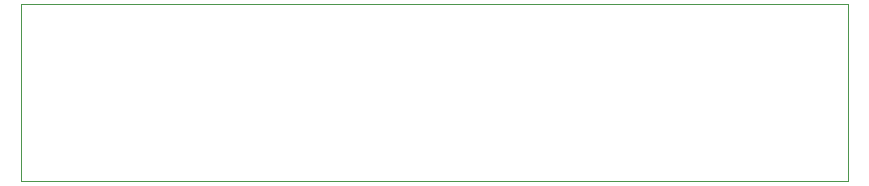
<source format=gbr>
G04 #@! TF.GenerationSoftware,KiCad,Pcbnew,6.0.0-unknown-ea0edab~86~ubuntu18.04.1*
G04 #@! TF.CreationDate,2019-07-07T16:40:55+02:00*
G04 #@! TF.ProjectId,ir-receiver,69722d72-6563-4656-9976-65722e6b6963,rev?*
G04 #@! TF.SameCoordinates,Original*
G04 #@! TF.FileFunction,Profile,NP*
%FSLAX46Y46*%
G04 Gerber Fmt 4.6, Leading zero omitted, Abs format (unit mm)*
G04 Created by KiCad (PCBNEW 6.0.0-unknown-ea0edab~86~ubuntu18.04.1) date 2019-07-07 16:40:55*
%MOMM*%
%LPD*%
G04 APERTURE LIST*
%ADD10C,0.050000*%
G04 APERTURE END LIST*
D10*
X140000000Y-105000000D02*
X140000000Y-120000000D01*
X210000000Y-105000000D02*
X140000000Y-105000000D01*
X210000000Y-120000000D02*
X210000000Y-105000000D01*
X140000000Y-120000000D02*
X210000000Y-120000000D01*
M02*

</source>
